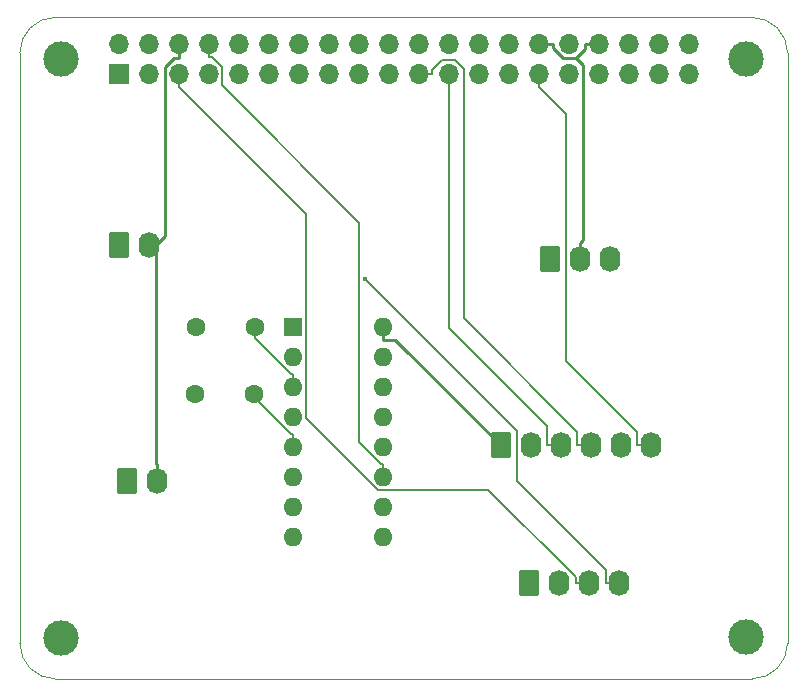
<source format=gbr>
G04 #@! TF.GenerationSoftware,KiCad,Pcbnew,(6.0.7-1)-1*
G04 #@! TF.CreationDate,2022-09-20T05:51:33+10:00*
G04 #@! TF.ProjectId,Pi GPS Serial,50692047-5053-4205-9365-7269616c2e6b,rev?*
G04 #@! TF.SameCoordinates,Original*
G04 #@! TF.FileFunction,Copper,L2,Bot*
G04 #@! TF.FilePolarity,Positive*
%FSLAX46Y46*%
G04 Gerber Fmt 4.6, Leading zero omitted, Abs format (unit mm)*
G04 Created by KiCad (PCBNEW (6.0.7-1)-1) date 2022-09-20 05:51:33*
%MOMM*%
%LPD*%
G01*
G04 APERTURE LIST*
G04 Aperture macros list*
%AMRoundRect*
0 Rectangle with rounded corners*
0 $1 Rounding radius*
0 $2 $3 $4 $5 $6 $7 $8 $9 X,Y pos of 4 corners*
0 Add a 4 corners polygon primitive as box body*
4,1,4,$2,$3,$4,$5,$6,$7,$8,$9,$2,$3,0*
0 Add four circle primitives for the rounded corners*
1,1,$1+$1,$2,$3*
1,1,$1+$1,$4,$5*
1,1,$1+$1,$6,$7*
1,1,$1+$1,$8,$9*
0 Add four rect primitives between the rounded corners*
20,1,$1+$1,$2,$3,$4,$5,0*
20,1,$1+$1,$4,$5,$6,$7,0*
20,1,$1+$1,$6,$7,$8,$9,0*
20,1,$1+$1,$8,$9,$2,$3,0*%
G04 Aperture macros list end*
G04 #@! TA.AperFunction,Profile*
%ADD10C,0.100000*%
G04 #@! TD*
G04 #@! TA.AperFunction,WasherPad*
%ADD11C,3.000000*%
G04 #@! TD*
G04 #@! TA.AperFunction,ComponentPad*
%ADD12C,1.600000*%
G04 #@! TD*
G04 #@! TA.AperFunction,ComponentPad*
%ADD13R,1.600000X1.600000*%
G04 #@! TD*
G04 #@! TA.AperFunction,ComponentPad*
%ADD14O,1.600000X1.600000*%
G04 #@! TD*
G04 #@! TA.AperFunction,ComponentPad*
%ADD15RoundRect,0.250000X-0.620000X-0.850000X0.620000X-0.850000X0.620000X0.850000X-0.620000X0.850000X0*%
G04 #@! TD*
G04 #@! TA.AperFunction,ComponentPad*
%ADD16O,1.740000X2.200000*%
G04 #@! TD*
G04 #@! TA.AperFunction,ComponentPad*
%ADD17RoundRect,0.250000X-0.620000X-0.845000X0.620000X-0.845000X0.620000X0.845000X-0.620000X0.845000X0*%
G04 #@! TD*
G04 #@! TA.AperFunction,ComponentPad*
%ADD18O,1.740000X2.190000*%
G04 #@! TD*
G04 #@! TA.AperFunction,ComponentPad*
%ADD19R,1.700000X1.700000*%
G04 #@! TD*
G04 #@! TA.AperFunction,ComponentPad*
%ADD20O,1.700000X1.700000*%
G04 #@! TD*
G04 #@! TA.AperFunction,ViaPad*
%ADD21C,0.400000*%
G04 #@! TD*
G04 #@! TA.AperFunction,Conductor*
%ADD22C,0.150000*%
G04 #@! TD*
G04 #@! TA.AperFunction,Conductor*
%ADD23C,0.250000*%
G04 #@! TD*
G04 APERTURE END LIST*
D10*
X140546356Y-116817556D02*
G75*
G03*
X143546351Y-113822847I44J2999956D01*
G01*
X78546389Y-113817611D02*
G75*
G03*
X81546356Y-116817611I3000011J11D01*
G01*
X143546351Y-113822847D02*
X143546356Y-63817611D01*
X81546356Y-116817611D02*
X140546356Y-116817611D01*
X78546356Y-63817611D02*
X78546356Y-113817611D01*
X140546356Y-60817611D02*
X81546356Y-60817611D01*
X143546389Y-63817611D02*
G75*
G03*
X140546356Y-60817611I-2999989J11D01*
G01*
X81546356Y-60817556D02*
G75*
G03*
X78546356Y-63817611I44J-3000044D01*
G01*
D11*
X82040000Y-64310000D03*
X140040000Y-64330000D03*
X82040000Y-113320000D03*
X140030000Y-113310000D03*
D12*
X93472000Y-87020400D03*
X98472000Y-87020400D03*
D13*
X101671000Y-87014800D03*
D14*
X101671000Y-89554800D03*
X101671000Y-92094800D03*
X101671000Y-94634800D03*
X101671000Y-97174800D03*
X101671000Y-99714800D03*
X101671000Y-102254800D03*
X101671000Y-104794800D03*
X109291000Y-104794800D03*
X109291000Y-102254800D03*
X109291000Y-99714800D03*
X109291000Y-97174800D03*
X109291000Y-94634800D03*
X109291000Y-92094800D03*
X109291000Y-89554800D03*
X109291000Y-87014800D03*
D15*
X87579200Y-100076000D03*
D16*
X90119200Y-100076000D03*
D15*
X86969600Y-80060800D03*
D16*
X89509600Y-80060800D03*
D12*
X93370400Y-92710000D03*
X98370400Y-92710000D03*
D17*
X121666000Y-108732000D03*
D18*
X124206000Y-108732000D03*
X126746000Y-108732000D03*
X129286000Y-108732000D03*
D17*
X123444000Y-81300000D03*
D18*
X125984000Y-81300000D03*
X128524000Y-81300000D03*
D17*
X119253000Y-97048000D03*
D18*
X121793000Y-97048000D03*
X124333000Y-97048000D03*
X126873000Y-97048000D03*
X129413000Y-97048000D03*
X131953000Y-97048000D03*
D19*
X86920000Y-65590000D03*
D20*
X86920000Y-63050000D03*
X89460000Y-65590000D03*
X89460000Y-63050000D03*
X92000000Y-65590000D03*
X92000000Y-63050000D03*
X94540000Y-65590000D03*
X94540000Y-63050000D03*
X97080000Y-65590000D03*
X97080000Y-63050000D03*
X99620000Y-65590000D03*
X99620000Y-63050000D03*
X102160000Y-65590000D03*
X102160000Y-63050000D03*
X104700000Y-65590000D03*
X104700000Y-63050000D03*
X107240000Y-65590000D03*
X107240000Y-63050000D03*
X109780000Y-65590000D03*
X109780000Y-63050000D03*
X112320000Y-65590000D03*
X112320000Y-63050000D03*
X114860000Y-65590000D03*
X114860000Y-63050000D03*
X117400000Y-65590000D03*
X117400000Y-63050000D03*
X119940000Y-65590000D03*
X119940000Y-63050000D03*
X122480000Y-65590000D03*
X122480000Y-63050000D03*
X125020000Y-65590000D03*
X125020000Y-63050000D03*
X127560000Y-65590000D03*
X127560000Y-63050000D03*
X130100000Y-65590000D03*
X130100000Y-63050000D03*
X132640000Y-65590000D03*
X132640000Y-63050000D03*
X135180000Y-65590000D03*
X135180000Y-63050000D03*
D21*
X107761000Y-83003000D03*
D22*
X94540000Y-63050000D02*
X94540000Y-64175300D01*
X109291000Y-99714800D02*
X109291000Y-98639500D01*
X109156600Y-98639500D02*
X109291000Y-98639500D01*
X107285700Y-96768600D02*
X109156600Y-98639500D01*
X107285700Y-78191100D02*
X107285700Y-96768600D01*
X95665300Y-66570700D02*
X107285700Y-78191100D01*
X95665300Y-65019200D02*
X95665300Y-66570700D01*
X94821400Y-64175300D02*
X95665300Y-65019200D01*
X94540000Y-64175300D02*
X94821400Y-64175300D01*
X130807700Y-95902700D02*
X130807700Y-97048000D01*
X124794300Y-89889300D02*
X130807700Y-95902700D01*
X124794300Y-69029600D02*
X124794300Y-89889300D01*
X122480000Y-66715300D02*
X124794300Y-69029600D01*
X122480000Y-65590000D02*
X122480000Y-66715300D01*
X131953000Y-97048000D02*
X130807700Y-97048000D01*
X124333000Y-97048000D02*
X123187700Y-97048000D01*
X114860000Y-87079500D02*
X114860000Y-65590000D01*
X123187700Y-95407200D02*
X114860000Y-87079500D01*
X123187700Y-97048000D02*
X123187700Y-95407200D01*
X125727700Y-95902700D02*
X125727700Y-97048000D01*
X116130000Y-86305000D02*
X125727700Y-95902700D01*
X116130000Y-65184000D02*
X116130000Y-86305000D01*
X115410600Y-64464600D02*
X116130000Y-65184000D01*
X114289400Y-64464600D02*
X115410600Y-64464600D01*
X113445300Y-65308700D02*
X114289400Y-64464600D01*
X113445300Y-65590000D02*
X113445300Y-65308700D01*
X112320000Y-65590000D02*
X113445300Y-65590000D01*
X126873000Y-97048000D02*
X125727700Y-97048000D01*
X125600700Y-108230900D02*
X125600700Y-108732000D01*
X118194600Y-100824800D02*
X125600700Y-108230900D01*
X108865700Y-100824800D02*
X118194600Y-100824800D01*
X102746400Y-94705500D02*
X108865700Y-100824800D01*
X102746400Y-77461700D02*
X102746400Y-94705500D01*
X92000000Y-66715300D02*
X102746400Y-77461700D01*
X92000000Y-65590000D02*
X92000000Y-66715300D01*
X126746000Y-108732000D02*
X125600700Y-108732000D01*
X128140700Y-107586700D02*
X128140700Y-108732000D01*
X120603300Y-100049300D02*
X128140700Y-107586700D01*
X120603300Y-95845300D02*
X120603300Y-100049300D01*
X107761000Y-83003000D02*
X120603300Y-95845300D01*
X129286000Y-108732000D02*
X128140700Y-108732000D01*
X101536600Y-96099500D02*
X101671000Y-96099500D01*
X98370400Y-92933300D02*
X101536600Y-96099500D01*
X98370400Y-92710000D02*
X98370400Y-92933300D01*
X101671000Y-97174800D02*
X101671000Y-96099500D01*
X98472000Y-87954900D02*
X98472000Y-87020400D01*
X101536600Y-91019500D02*
X98472000Y-87954900D01*
X101671000Y-91019500D02*
X101536600Y-91019500D01*
X101671000Y-92094800D02*
X101671000Y-91019500D01*
D23*
X110345100Y-88140100D02*
X109291000Y-88140100D01*
X119253000Y-97048000D02*
X110345100Y-88140100D01*
X109291000Y-87014800D02*
X109291000Y-88140100D01*
X89509600Y-80060800D02*
X90107300Y-80060800D01*
X90107300Y-98638800D02*
X90119200Y-98650700D01*
X90107300Y-80060800D02*
X90107300Y-98638800D01*
X90119200Y-100076000D02*
X90119200Y-98650700D01*
X90824700Y-79343400D02*
X90107300Y-80060800D01*
X90824700Y-65033200D02*
X90824700Y-79343400D01*
X91632600Y-64225300D02*
X90824700Y-65033200D01*
X92000000Y-64225300D02*
X91632600Y-64225300D01*
X92000000Y-63050000D02*
X92000000Y-64225300D01*
X127560000Y-63050000D02*
X126384700Y-63050000D01*
X125984000Y-81300000D02*
X125984000Y-79879700D01*
X122480000Y-63050000D02*
X123655300Y-63050000D01*
X126233700Y-79630000D02*
X125984000Y-79879700D01*
X126233700Y-64882300D02*
X126233700Y-79630000D01*
X125633100Y-64281700D02*
X126233700Y-64882300D01*
X126384700Y-63530100D02*
X125633100Y-64281700D01*
X126384700Y-63050000D02*
X126384700Y-63530100D01*
X123655300Y-63417300D02*
X123655300Y-63050000D01*
X124519700Y-64281700D02*
X123655300Y-63417300D01*
X125633100Y-64281700D02*
X124519700Y-64281700D01*
M02*

</source>
